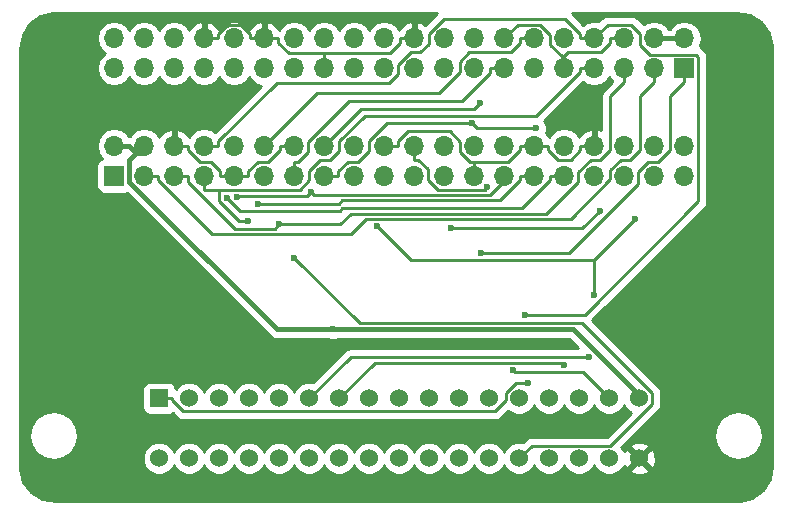
<source format=gtl>
G04 #@! TF.FileFunction,Copper,L1,Top,Signal*
%FSLAX46Y46*%
G04 Gerber Fmt 4.6, Leading zero omitted, Abs format (unit mm)*
G04 Created by KiCad (PCBNEW 4.0.7) date 04/26/18 00:03:18*
%MOMM*%
%LPD*%
G01*
G04 APERTURE LIST*
%ADD10C,0.100000*%
%ADD11R,1.524000X1.524000*%
%ADD12C,1.524000*%
%ADD13R,1.700000X1.700000*%
%ADD14O,1.700000X1.700000*%
%ADD15C,0.600000*%
%ADD16C,0.400000*%
%ADD17C,0.250000*%
%ADD18C,0.254000*%
G04 APERTURE END LIST*
D10*
D11*
X133350000Y-111760000D03*
D12*
X133350000Y-116840000D03*
X135890000Y-111760000D03*
X135890000Y-116840000D03*
X138430000Y-111760000D03*
X138430000Y-116840000D03*
X140970000Y-111760000D03*
X140970000Y-116840000D03*
X143510000Y-111760000D03*
X143510000Y-116840000D03*
X146050000Y-111760000D03*
X146050000Y-116840000D03*
X148590000Y-111760000D03*
X148590000Y-116840000D03*
X151130000Y-111760000D03*
X151130000Y-116840000D03*
X153670000Y-111760000D03*
X153670000Y-116840000D03*
X156210000Y-111760000D03*
X156210000Y-116840000D03*
X158750000Y-111760000D03*
X158750000Y-116840000D03*
X161290000Y-111760000D03*
X161290000Y-116840000D03*
X163830000Y-111760000D03*
X163830000Y-116840000D03*
X166370000Y-111760000D03*
X166370000Y-116840000D03*
X168910000Y-111760000D03*
X168910000Y-116840000D03*
X171450000Y-111760000D03*
X171450000Y-116840000D03*
X173990000Y-111760000D03*
X173990000Y-116840000D03*
D13*
X177800000Y-83820000D03*
D14*
X177800000Y-81280000D03*
X175260000Y-83820000D03*
X175260000Y-81280000D03*
X172720000Y-83820000D03*
X172720000Y-81280000D03*
X170180000Y-83820000D03*
X170180000Y-81280000D03*
X167640000Y-83820000D03*
X167640000Y-81280000D03*
X165100000Y-83820000D03*
X165100000Y-81280000D03*
X162560000Y-83820000D03*
X162560000Y-81280000D03*
X160020000Y-83820000D03*
X160020000Y-81280000D03*
X157480000Y-83820000D03*
X157480000Y-81280000D03*
X154940000Y-83820000D03*
X154940000Y-81280000D03*
X152400000Y-83820000D03*
X152400000Y-81280000D03*
X149860000Y-83820000D03*
X149860000Y-81280000D03*
X147320000Y-83820000D03*
X147320000Y-81280000D03*
X144780000Y-83820000D03*
X144780000Y-81280000D03*
X142240000Y-83820000D03*
X142240000Y-81280000D03*
X139700000Y-83820000D03*
X139700000Y-81280000D03*
X137160000Y-83820000D03*
X137160000Y-81280000D03*
X134620000Y-83820000D03*
X134620000Y-81280000D03*
X132080000Y-83820000D03*
X132080000Y-81280000D03*
X129540000Y-83820000D03*
X129540000Y-81280000D03*
D13*
X129540000Y-92913200D03*
D14*
X129540000Y-90373200D03*
X132080000Y-92913200D03*
X132080000Y-90373200D03*
X134620000Y-92913200D03*
X134620000Y-90373200D03*
X137160000Y-92913200D03*
X137160000Y-90373200D03*
X139700000Y-92913200D03*
X139700000Y-90373200D03*
X142240000Y-92913200D03*
X142240000Y-90373200D03*
X144780000Y-92913200D03*
X144780000Y-90373200D03*
X147320000Y-92913200D03*
X147320000Y-90373200D03*
X149860000Y-92913200D03*
X149860000Y-90373200D03*
X152400000Y-92913200D03*
X152400000Y-90373200D03*
X154940000Y-92913200D03*
X154940000Y-90373200D03*
X157480000Y-92913200D03*
X157480000Y-90373200D03*
X160020000Y-92913200D03*
X160020000Y-90373200D03*
X162560000Y-92913200D03*
X162560000Y-90373200D03*
X165100000Y-92913200D03*
X165100000Y-90373200D03*
X167640000Y-92913200D03*
X167640000Y-90373200D03*
X170180000Y-92913200D03*
X170180000Y-90373200D03*
X172720000Y-92913200D03*
X172720000Y-90373200D03*
X175260000Y-92913200D03*
X175260000Y-90373200D03*
X177800000Y-92913200D03*
X177800000Y-90373200D03*
D15*
X148079400Y-105918000D03*
X143508100Y-97029100D03*
X140856800Y-96752100D03*
X164362200Y-104682500D03*
X159848500Y-88453800D03*
X165265100Y-88860700D03*
X160487400Y-86733500D03*
X170636600Y-95903800D03*
X158071300Y-97362600D03*
X170170700Y-103013300D03*
X151831100Y-97184400D03*
X173660300Y-96557400D03*
X146217400Y-94271800D03*
X139958200Y-94742500D03*
X141745200Y-95269000D03*
X139071100Y-94794100D03*
X169720500Y-108244400D03*
X167662000Y-108907100D03*
X163312400Y-109383300D03*
X144778100Y-99831800D03*
X161148000Y-93899000D03*
X164577000Y-110463100D03*
X160566700Y-99421700D03*
D16*
X175260000Y-81280000D02*
X177800000Y-81280000D01*
X132080000Y-90373200D02*
X132080000Y-90998300D01*
X129540000Y-90373200D02*
X130790300Y-90373200D01*
X132080000Y-90998300D02*
X131415400Y-90998300D01*
X131415400Y-90998300D02*
X130790300Y-90373200D01*
X143316400Y-105918000D02*
X148079400Y-105918000D01*
X130829600Y-93431200D02*
X143316400Y-105918000D01*
X130829600Y-91584100D02*
X130829600Y-93431200D01*
X131415400Y-90998300D02*
X130829600Y-91584100D01*
X168419500Y-105918000D02*
X148079400Y-105918000D01*
X173990000Y-111488500D02*
X168419500Y-105918000D01*
X173990000Y-111760000D02*
X173990000Y-111488500D01*
D17*
X132080000Y-92913200D02*
X133255300Y-92913200D01*
X175260000Y-83820000D02*
X175260000Y-84995300D01*
X174084700Y-86170600D02*
X175260000Y-84995300D01*
X174084700Y-90709500D02*
X174084700Y-86170600D01*
X173245600Y-91548600D02*
X174084700Y-90709500D01*
X172420300Y-91548600D02*
X173245600Y-91548600D01*
X171544500Y-92424400D02*
X172420300Y-91548600D01*
X171544500Y-93211000D02*
X171544500Y-92424400D01*
X168196400Y-96559100D02*
X171544500Y-93211000D01*
X150828800Y-96559100D02*
X168196400Y-96559100D01*
X149560200Y-97827700D02*
X150828800Y-96559100D01*
X137802500Y-97827700D02*
X149560200Y-97827700D01*
X133255300Y-93280500D02*
X137802500Y-97827700D01*
X133255300Y-92913200D02*
X133255300Y-93280500D01*
X134620000Y-92913200D02*
X135795300Y-92913200D01*
X172720000Y-83820000D02*
X172720000Y-84995300D01*
X148664300Y-97029100D02*
X143508100Y-97029100D01*
X149584600Y-96108800D02*
X148664300Y-97029100D01*
X166136900Y-96108800D02*
X149584600Y-96108800D01*
X168815400Y-93430300D02*
X166136900Y-96108800D01*
X168815400Y-92613600D02*
X168815400Y-93430300D01*
X169880400Y-91548600D02*
X168815400Y-92613600D01*
X170705600Y-91548600D02*
X169880400Y-91548600D01*
X171544700Y-90709500D02*
X170705600Y-91548600D01*
X171544700Y-86170600D02*
X171544700Y-90709500D01*
X172720000Y-84995300D02*
X171544700Y-86170600D01*
X143159800Y-97377400D02*
X143508100Y-97029100D01*
X139745300Y-97377400D02*
X143159800Y-97377400D01*
X135795300Y-93427400D02*
X139745300Y-97377400D01*
X135795300Y-92913200D02*
X135795300Y-93427400D01*
X166275300Y-90740600D02*
X166275300Y-90373200D01*
X167083200Y-91548500D02*
X166275300Y-90740600D01*
X168196700Y-91548500D02*
X167083200Y-91548500D01*
X169004700Y-90740500D02*
X168196700Y-91548500D01*
X169004700Y-90373200D02*
X169004700Y-90740500D01*
X170180000Y-90373200D02*
X169004700Y-90373200D01*
X165100000Y-90373200D02*
X166275300Y-90373200D01*
X159652600Y-91737900D02*
X160020000Y-91737900D01*
X158844700Y-90930000D02*
X159652600Y-91737900D01*
X158844700Y-90027700D02*
X158844700Y-90930000D01*
X157962800Y-89145800D02*
X158844700Y-90027700D01*
X154435400Y-89145800D02*
X157962800Y-89145800D01*
X153575300Y-90005900D02*
X154435400Y-89145800D01*
X153575300Y-90373200D02*
X153575300Y-90005900D01*
X152400000Y-90373200D02*
X153575300Y-90373200D01*
X141064700Y-80912600D02*
X141064700Y-81280000D01*
X140256800Y-80104700D02*
X141064700Y-80912600D01*
X139143300Y-80104700D02*
X140256800Y-80104700D01*
X138335300Y-80912700D02*
X139143300Y-80104700D01*
X138335300Y-81280000D02*
X138335300Y-80912700D01*
X137160000Y-81280000D02*
X138335300Y-81280000D01*
X142240000Y-81280000D02*
X141064700Y-81280000D01*
X154940000Y-81280000D02*
X153764700Y-81280000D01*
X160020000Y-92913200D02*
X160020000Y-91850500D01*
X160020000Y-91850500D02*
X160020000Y-91737900D01*
X163924700Y-90740500D02*
X163924700Y-90373200D01*
X162927300Y-91737900D02*
X163924700Y-90740500D01*
X160020000Y-91737900D02*
X162927300Y-91737900D01*
X165100000Y-90373200D02*
X163924700Y-90373200D01*
X142240000Y-81280000D02*
X143415300Y-81280000D01*
X147320000Y-83820000D02*
X147320000Y-82644700D01*
X147320000Y-82644700D02*
X147320000Y-82550000D01*
X152862100Y-82550000D02*
X147320000Y-82550000D01*
X153764700Y-81647400D02*
X152862100Y-82550000D01*
X153764700Y-81280000D02*
X153764700Y-81647400D01*
X143415300Y-81647300D02*
X143415300Y-81280000D01*
X144318000Y-82550000D02*
X143415300Y-81647300D01*
X147320000Y-82550000D02*
X144318000Y-82550000D01*
X172720000Y-81280000D02*
X171544700Y-81280000D01*
X163736600Y-80103400D02*
X162560000Y-81280000D01*
X165614000Y-80103400D02*
X163736600Y-80103400D01*
X166464600Y-80954000D02*
X165614000Y-80103400D01*
X166464600Y-81800400D02*
X166464600Y-80954000D01*
X167439300Y-82775100D02*
X166464600Y-81800400D01*
X167640000Y-82775100D02*
X167439300Y-82775100D01*
X167640000Y-83820000D02*
X167640000Y-82775100D01*
X167959800Y-82455300D02*
X167640000Y-82775100D01*
X170736800Y-82455300D02*
X167959800Y-82455300D01*
X171544700Y-81647400D02*
X170736800Y-82455300D01*
X171544700Y-81280000D02*
X171544700Y-81647400D01*
X138524700Y-92545800D02*
X138524700Y-92913200D01*
X137716800Y-91737900D02*
X138524700Y-92545800D01*
X136792600Y-91737900D02*
X137716800Y-91737900D01*
X135795300Y-90740600D02*
X136792600Y-91737900D01*
X135795300Y-90373200D02*
X135795300Y-90740600D01*
X134620000Y-90373200D02*
X135795300Y-90373200D01*
X139700000Y-92913200D02*
X138524700Y-92913200D01*
X140875300Y-92545800D02*
X140875300Y-92913200D01*
X141683200Y-91737900D02*
X140875300Y-92545800D01*
X142607400Y-91737900D02*
X141683200Y-91737900D01*
X143604700Y-90740600D02*
X142607400Y-91737900D01*
X143604700Y-90373200D02*
X143604700Y-90740600D01*
X144780000Y-90373200D02*
X143604700Y-90373200D01*
X139700000Y-92913200D02*
X140875300Y-92913200D01*
X137160000Y-92913200D02*
X137160000Y-94088500D01*
X170180000Y-83820000D02*
X169004700Y-83820000D01*
X138411000Y-95042300D02*
X138411000Y-94114500D01*
X140120800Y-96752100D02*
X138411000Y-95042300D01*
X140856800Y-96752100D02*
X140120800Y-96752100D01*
X137186000Y-94114500D02*
X137160000Y-94088500D01*
X138411000Y-94114500D02*
X137186000Y-94114500D01*
X145241200Y-94114500D02*
X138411000Y-94114500D01*
X146067900Y-93287800D02*
X145241200Y-94114500D01*
X146067900Y-92473400D02*
X146067900Y-93287800D01*
X146992700Y-91548600D02*
X146067900Y-92473400D01*
X147845600Y-91548600D02*
X146992700Y-91548600D01*
X148590000Y-90804200D02*
X147845600Y-91548600D01*
X148590000Y-89977200D02*
X148590000Y-90804200D01*
X150738700Y-87828500D02*
X148590000Y-89977200D01*
X165294300Y-87828500D02*
X150738700Y-87828500D01*
X169004700Y-84118100D02*
X165294300Y-87828500D01*
X169004700Y-83820000D02*
X169004700Y-84118100D01*
X171355400Y-80104600D02*
X170180000Y-81280000D01*
X173310500Y-80104600D02*
X171355400Y-80104600D01*
X174084600Y-80878700D02*
X173310500Y-80104600D01*
X174084600Y-81819100D02*
X174084600Y-80878700D01*
X174910100Y-82644600D02*
X174084600Y-81819100D01*
X178803800Y-82644600D02*
X174910100Y-82644600D01*
X179009500Y-82850300D02*
X178803800Y-82644600D01*
X179009500Y-95059600D02*
X179009500Y-82850300D01*
X169386600Y-104682500D02*
X179009500Y-95059600D01*
X164362200Y-104682500D02*
X169386600Y-104682500D01*
X137160000Y-90373200D02*
X138335300Y-90373200D01*
X170180000Y-81280000D02*
X169004700Y-81280000D01*
X138335300Y-90005900D02*
X138335300Y-90373200D01*
X143305600Y-85035600D02*
X138335300Y-90005900D01*
X152846700Y-85035600D02*
X143305600Y-85035600D01*
X153575400Y-84306900D02*
X152846700Y-85035600D01*
X153575400Y-83520400D02*
X153575400Y-84306900D01*
X154640400Y-82455400D02*
X153575400Y-83520400D01*
X155465600Y-82455400D02*
X154640400Y-82455400D01*
X156210000Y-81711000D02*
X155465600Y-82455400D01*
X156210000Y-80880400D02*
X156210000Y-81711000D01*
X157437300Y-79653100D02*
X156210000Y-80880400D01*
X167745100Y-79653100D02*
X157437300Y-79653100D01*
X169004700Y-80912700D02*
X167745100Y-79653100D01*
X169004700Y-81280000D02*
X169004700Y-80912700D01*
X145147400Y-91737900D02*
X144780000Y-91737900D01*
X145955300Y-90930000D02*
X145147400Y-91737900D01*
X145955300Y-90056000D02*
X145955300Y-90930000D01*
X149439900Y-86571400D02*
X145955300Y-90056000D01*
X158987000Y-86571400D02*
X149439900Y-86571400D01*
X161384700Y-84173700D02*
X158987000Y-86571400D01*
X161384700Y-83820000D02*
X161384700Y-84173700D01*
X162560000Y-83820000D02*
X161384700Y-83820000D01*
X144780000Y-92913200D02*
X144780000Y-91737900D01*
X165100000Y-81280000D02*
X163924700Y-81280000D01*
X146717300Y-85895900D02*
X142240000Y-90373200D01*
X157068400Y-85895900D02*
X146717300Y-85895900D01*
X158844600Y-84119700D02*
X157068400Y-85895900D01*
X158844600Y-83236700D02*
X158844600Y-84119700D01*
X159626000Y-82455300D02*
X158844600Y-83236700D01*
X163116800Y-82455300D02*
X159626000Y-82455300D01*
X163924700Y-81647400D02*
X163116800Y-82455300D01*
X163924700Y-81280000D02*
X163924700Y-81647400D01*
X152653800Y-88453800D02*
X159848500Y-88453800D01*
X151130000Y-89977600D02*
X152653800Y-88453800D01*
X151130000Y-90804200D02*
X151130000Y-89977600D01*
X150196300Y-91737900D02*
X151130000Y-90804200D01*
X149303200Y-91737900D02*
X150196300Y-91737900D01*
X148495300Y-92545800D02*
X149303200Y-91737900D01*
X148495300Y-92913200D02*
X148495300Y-92545800D01*
X147320000Y-92913200D02*
X148495300Y-92913200D01*
X160255400Y-88860700D02*
X165265100Y-88860700D01*
X159848500Y-88453800D02*
X160255400Y-88860700D01*
X159974100Y-87246800D02*
X160487400Y-86733500D01*
X150446400Y-87246800D02*
X159974100Y-87246800D01*
X147320000Y-90373200D02*
X150446400Y-87246800D01*
X169177800Y-97362600D02*
X170636600Y-95903800D01*
X158071300Y-97362600D02*
X169177800Y-97362600D01*
X170170700Y-103013300D02*
X170170700Y-100047000D01*
X170170700Y-100047000D02*
X173660300Y-96557400D01*
X154693700Y-100047000D02*
X151831100Y-97184400D01*
X170170700Y-100047000D02*
X154693700Y-100047000D01*
X146489000Y-94543400D02*
X146217400Y-94271800D01*
X161400200Y-94543400D02*
X146489000Y-94543400D01*
X162560000Y-93383600D02*
X161400200Y-94543400D01*
X162560000Y-92913200D02*
X162560000Y-93383600D01*
X140057000Y-94643700D02*
X139958200Y-94742500D01*
X145845500Y-94643700D02*
X140057000Y-94643700D01*
X146217400Y-94271800D02*
X145845500Y-94643700D01*
X165100000Y-92913200D02*
X163924700Y-92913200D01*
X148543600Y-95269000D02*
X141745200Y-95269000D01*
X148818900Y-94993700D02*
X148543600Y-95269000D01*
X162211500Y-94993700D02*
X148818900Y-94993700D01*
X163924700Y-93280500D02*
X162211500Y-94993700D01*
X163924700Y-92913200D02*
X163924700Y-93280500D01*
X166464700Y-93280500D02*
X166464700Y-92913200D01*
X164086800Y-95658400D02*
X166464700Y-93280500D01*
X148869300Y-95658400D02*
X164086800Y-95658400D01*
X148625500Y-95902200D02*
X148869300Y-95658400D01*
X140179200Y-95902200D02*
X148625500Y-95902200D01*
X139071100Y-94794100D02*
X140179200Y-95902200D01*
X167640000Y-92913200D02*
X166464700Y-92913200D01*
X149565600Y-108244400D02*
X146050000Y-111760000D01*
X169720500Y-108244400D02*
X149565600Y-108244400D01*
X167502800Y-108747900D02*
X167662000Y-108907100D01*
X151602100Y-108747900D02*
X167502800Y-108747900D01*
X148590000Y-111760000D02*
X151602100Y-108747900D01*
X163461600Y-109532500D02*
X163312400Y-109383300D01*
X169222500Y-109532500D02*
X163461600Y-109532500D01*
X171450000Y-111760000D02*
X169222500Y-109532500D01*
X150338900Y-105392600D02*
X144778100Y-99831800D01*
X169186300Y-105392600D02*
X150338900Y-105392600D01*
X175110000Y-111316300D02*
X169186300Y-105392600D01*
X175110000Y-112200800D02*
X175110000Y-111316300D01*
X171558200Y-115752600D02*
X175110000Y-112200800D01*
X164917400Y-115752600D02*
X171558200Y-115752600D01*
X163830000Y-116840000D02*
X164917400Y-115752600D01*
X154940000Y-90373200D02*
X154940000Y-91548500D01*
X155307400Y-91548500D02*
X154940000Y-91548500D01*
X156115300Y-92356400D02*
X155307400Y-91548500D01*
X156115300Y-93267500D02*
X156115300Y-92356400D01*
X156940900Y-94093100D02*
X156115300Y-93267500D01*
X160953900Y-94093100D02*
X156940900Y-94093100D01*
X161148000Y-93899000D02*
X160953900Y-94093100D01*
X133350000Y-111760000D02*
X134437300Y-111760000D01*
X163567300Y-110463100D02*
X164577000Y-110463100D01*
X162719300Y-111311100D02*
X163567300Y-110463100D01*
X162719300Y-111887300D02*
X162719300Y-111311100D01*
X161759300Y-112847300D02*
X162719300Y-111887300D01*
X135388600Y-112847300D02*
X161759300Y-112847300D01*
X134437300Y-111896000D02*
X135388600Y-112847300D01*
X134437300Y-111760000D02*
X134437300Y-111896000D01*
X176624700Y-86170600D02*
X177800000Y-84995300D01*
X176624700Y-90711000D02*
X176624700Y-86170600D01*
X175597900Y-91737800D02*
X176624700Y-90711000D01*
X174760200Y-91737800D02*
X175597900Y-91737800D01*
X173895400Y-92602600D02*
X174760200Y-91737800D01*
X173895400Y-93577800D02*
X173895400Y-92602600D01*
X168051500Y-99421700D02*
X173895400Y-93577800D01*
X160566700Y-99421700D02*
X168051500Y-99421700D01*
X177800000Y-83820000D02*
X177800000Y-84995300D01*
D18*
G36*
X155864049Y-80151549D02*
X155706924Y-80008355D01*
X155296890Y-79838524D01*
X155067000Y-79959845D01*
X155067000Y-81153000D01*
X155087000Y-81153000D01*
X155087000Y-81407000D01*
X155067000Y-81407000D01*
X155067000Y-81427000D01*
X154813000Y-81427000D01*
X154813000Y-81407000D01*
X154793000Y-81407000D01*
X154793000Y-81153000D01*
X154813000Y-81153000D01*
X154813000Y-79959845D01*
X154583110Y-79838524D01*
X154173076Y-80008355D01*
X153744817Y-80398642D01*
X153677702Y-80541553D01*
X153450054Y-80200853D01*
X152968285Y-79878946D01*
X152400000Y-79765907D01*
X151831715Y-79878946D01*
X151349946Y-80200853D01*
X151130000Y-80530026D01*
X150910054Y-80200853D01*
X150428285Y-79878946D01*
X149860000Y-79765907D01*
X149291715Y-79878946D01*
X148809946Y-80200853D01*
X148590000Y-80530026D01*
X148370054Y-80200853D01*
X147888285Y-79878946D01*
X147320000Y-79765907D01*
X146751715Y-79878946D01*
X146269946Y-80200853D01*
X146050000Y-80530026D01*
X145830054Y-80200853D01*
X145348285Y-79878946D01*
X144780000Y-79765907D01*
X144211715Y-79878946D01*
X143729946Y-80200853D01*
X143502298Y-80541553D01*
X143435183Y-80398642D01*
X143006924Y-80008355D01*
X142596890Y-79838524D01*
X142367000Y-79959845D01*
X142367000Y-81153000D01*
X142387000Y-81153000D01*
X142387000Y-81407000D01*
X142367000Y-81407000D01*
X142367000Y-81427000D01*
X142113000Y-81427000D01*
X142113000Y-81407000D01*
X142093000Y-81407000D01*
X142093000Y-81153000D01*
X142113000Y-81153000D01*
X142113000Y-79959845D01*
X141883110Y-79838524D01*
X141473076Y-80008355D01*
X141044817Y-80398642D01*
X140977702Y-80541553D01*
X140750054Y-80200853D01*
X140268285Y-79878946D01*
X139700000Y-79765907D01*
X139131715Y-79878946D01*
X138649946Y-80200853D01*
X138422298Y-80541553D01*
X138355183Y-80398642D01*
X137926924Y-80008355D01*
X137516890Y-79838524D01*
X137287000Y-79959845D01*
X137287000Y-81153000D01*
X137307000Y-81153000D01*
X137307000Y-81407000D01*
X137287000Y-81407000D01*
X137287000Y-81427000D01*
X137033000Y-81427000D01*
X137033000Y-81407000D01*
X137013000Y-81407000D01*
X137013000Y-81153000D01*
X137033000Y-81153000D01*
X137033000Y-79959845D01*
X136803110Y-79838524D01*
X136393076Y-80008355D01*
X135964817Y-80398642D01*
X135897702Y-80541553D01*
X135670054Y-80200853D01*
X135188285Y-79878946D01*
X134620000Y-79765907D01*
X134051715Y-79878946D01*
X133569946Y-80200853D01*
X133350000Y-80530026D01*
X133130054Y-80200853D01*
X132648285Y-79878946D01*
X132080000Y-79765907D01*
X131511715Y-79878946D01*
X131029946Y-80200853D01*
X130810000Y-80530026D01*
X130590054Y-80200853D01*
X130108285Y-79878946D01*
X129540000Y-79765907D01*
X128971715Y-79878946D01*
X128489946Y-80200853D01*
X128168039Y-80682622D01*
X128055000Y-81250907D01*
X128055000Y-81309093D01*
X128168039Y-81877378D01*
X128489946Y-82359147D01*
X128775578Y-82550000D01*
X128489946Y-82740853D01*
X128168039Y-83222622D01*
X128055000Y-83790907D01*
X128055000Y-83849093D01*
X128168039Y-84417378D01*
X128489946Y-84899147D01*
X128971715Y-85221054D01*
X129540000Y-85334093D01*
X130108285Y-85221054D01*
X130590054Y-84899147D01*
X130810000Y-84569974D01*
X131029946Y-84899147D01*
X131511715Y-85221054D01*
X132080000Y-85334093D01*
X132648285Y-85221054D01*
X133130054Y-84899147D01*
X133350000Y-84569974D01*
X133569946Y-84899147D01*
X134051715Y-85221054D01*
X134620000Y-85334093D01*
X135188285Y-85221054D01*
X135670054Y-84899147D01*
X135890000Y-84569974D01*
X136109946Y-84899147D01*
X136591715Y-85221054D01*
X137160000Y-85334093D01*
X137728285Y-85221054D01*
X138210054Y-84899147D01*
X138430000Y-84569974D01*
X138649946Y-84899147D01*
X139131715Y-85221054D01*
X139700000Y-85334093D01*
X140268285Y-85221054D01*
X140750054Y-84899147D01*
X140970000Y-84569974D01*
X141189946Y-84899147D01*
X141671715Y-85221054D01*
X141983355Y-85283043D01*
X138067558Y-89198840D01*
X137728285Y-88972146D01*
X137160000Y-88859107D01*
X136591715Y-88972146D01*
X136109946Y-89294053D01*
X135882298Y-89634753D01*
X135815183Y-89491842D01*
X135386924Y-89101555D01*
X134976890Y-88931724D01*
X134747000Y-89053045D01*
X134747000Y-90246200D01*
X134767000Y-90246200D01*
X134767000Y-90500200D01*
X134747000Y-90500200D01*
X134747000Y-90520200D01*
X134493000Y-90520200D01*
X134493000Y-90500200D01*
X134473000Y-90500200D01*
X134473000Y-90246200D01*
X134493000Y-90246200D01*
X134493000Y-89053045D01*
X134263110Y-88931724D01*
X133853076Y-89101555D01*
X133424817Y-89491842D01*
X133357702Y-89634753D01*
X133130054Y-89294053D01*
X132648285Y-88972146D01*
X132080000Y-88859107D01*
X131511715Y-88972146D01*
X131029946Y-89294053D01*
X130857836Y-89551634D01*
X130790300Y-89538200D01*
X130753187Y-89538200D01*
X130590054Y-89294053D01*
X130108285Y-88972146D01*
X129540000Y-88859107D01*
X128971715Y-88972146D01*
X128489946Y-89294053D01*
X128168039Y-89775822D01*
X128055000Y-90344107D01*
X128055000Y-90402293D01*
X128168039Y-90970578D01*
X128489946Y-91452347D01*
X128491179Y-91453171D01*
X128454683Y-91460038D01*
X128238559Y-91599110D01*
X128093569Y-91811310D01*
X128042560Y-92063200D01*
X128042560Y-93763200D01*
X128086838Y-93998517D01*
X128225910Y-94214641D01*
X128438110Y-94359631D01*
X128690000Y-94410640D01*
X130390000Y-94410640D01*
X130590454Y-94372922D01*
X142725966Y-106508434D01*
X142996859Y-106689439D01*
X143316400Y-106753000D01*
X147652166Y-106753000D01*
X147892601Y-106852838D01*
X148264567Y-106853162D01*
X148506978Y-106753000D01*
X168073632Y-106753000D01*
X168805032Y-107484400D01*
X149565600Y-107484400D01*
X149274760Y-107542252D01*
X149028199Y-107706999D01*
X146359381Y-110375817D01*
X146329100Y-110363243D01*
X145773339Y-110362758D01*
X145259697Y-110574990D01*
X144866371Y-110967630D01*
X144780051Y-111175512D01*
X144695010Y-110969697D01*
X144302370Y-110576371D01*
X143789100Y-110363243D01*
X143233339Y-110362758D01*
X142719697Y-110574990D01*
X142326371Y-110967630D01*
X142240051Y-111175512D01*
X142155010Y-110969697D01*
X141762370Y-110576371D01*
X141249100Y-110363243D01*
X140693339Y-110362758D01*
X140179697Y-110574990D01*
X139786371Y-110967630D01*
X139700051Y-111175512D01*
X139615010Y-110969697D01*
X139222370Y-110576371D01*
X138709100Y-110363243D01*
X138153339Y-110362758D01*
X137639697Y-110574990D01*
X137246371Y-110967630D01*
X137160051Y-111175512D01*
X137075010Y-110969697D01*
X136682370Y-110576371D01*
X136169100Y-110363243D01*
X135613339Y-110362758D01*
X135099697Y-110574990D01*
X134746237Y-110927833D01*
X134715162Y-110762683D01*
X134576090Y-110546559D01*
X134363890Y-110401569D01*
X134112000Y-110350560D01*
X132588000Y-110350560D01*
X132352683Y-110394838D01*
X132136559Y-110533910D01*
X131991569Y-110746110D01*
X131940560Y-110998000D01*
X131940560Y-112522000D01*
X131984838Y-112757317D01*
X132123910Y-112973441D01*
X132336110Y-113118431D01*
X132588000Y-113169440D01*
X134112000Y-113169440D01*
X134347317Y-113125162D01*
X134495991Y-113029493D01*
X134851199Y-113384701D01*
X135097760Y-113549448D01*
X135388600Y-113607300D01*
X161759300Y-113607300D01*
X162050139Y-113549448D01*
X162296701Y-113384701D01*
X162887832Y-112793570D01*
X163037630Y-112943629D01*
X163550900Y-113156757D01*
X164106661Y-113157242D01*
X164620303Y-112945010D01*
X165013629Y-112552370D01*
X165099949Y-112344488D01*
X165184990Y-112550303D01*
X165577630Y-112943629D01*
X166090900Y-113156757D01*
X166646661Y-113157242D01*
X167160303Y-112945010D01*
X167553629Y-112552370D01*
X167639949Y-112344488D01*
X167724990Y-112550303D01*
X168117630Y-112943629D01*
X168630900Y-113156757D01*
X169186661Y-113157242D01*
X169700303Y-112945010D01*
X170093629Y-112552370D01*
X170179949Y-112344488D01*
X170264990Y-112550303D01*
X170657630Y-112943629D01*
X171170900Y-113156757D01*
X171726661Y-113157242D01*
X172240303Y-112945010D01*
X172633629Y-112552370D01*
X172719949Y-112344488D01*
X172804990Y-112550303D01*
X173197630Y-112943629D01*
X173264572Y-112971426D01*
X171243398Y-114992600D01*
X164917400Y-114992600D01*
X164626561Y-115050452D01*
X164379999Y-115215199D01*
X164139381Y-115455817D01*
X164109100Y-115443243D01*
X163553339Y-115442758D01*
X163039697Y-115654990D01*
X162646371Y-116047630D01*
X162560051Y-116255512D01*
X162475010Y-116049697D01*
X162082370Y-115656371D01*
X161569100Y-115443243D01*
X161013339Y-115442758D01*
X160499697Y-115654990D01*
X160106371Y-116047630D01*
X160020051Y-116255512D01*
X159935010Y-116049697D01*
X159542370Y-115656371D01*
X159029100Y-115443243D01*
X158473339Y-115442758D01*
X157959697Y-115654990D01*
X157566371Y-116047630D01*
X157480051Y-116255512D01*
X157395010Y-116049697D01*
X157002370Y-115656371D01*
X156489100Y-115443243D01*
X155933339Y-115442758D01*
X155419697Y-115654990D01*
X155026371Y-116047630D01*
X154940051Y-116255512D01*
X154855010Y-116049697D01*
X154462370Y-115656371D01*
X153949100Y-115443243D01*
X153393339Y-115442758D01*
X152879697Y-115654990D01*
X152486371Y-116047630D01*
X152400051Y-116255512D01*
X152315010Y-116049697D01*
X151922370Y-115656371D01*
X151409100Y-115443243D01*
X150853339Y-115442758D01*
X150339697Y-115654990D01*
X149946371Y-116047630D01*
X149860051Y-116255512D01*
X149775010Y-116049697D01*
X149382370Y-115656371D01*
X148869100Y-115443243D01*
X148313339Y-115442758D01*
X147799697Y-115654990D01*
X147406371Y-116047630D01*
X147320051Y-116255512D01*
X147235010Y-116049697D01*
X146842370Y-115656371D01*
X146329100Y-115443243D01*
X145773339Y-115442758D01*
X145259697Y-115654990D01*
X144866371Y-116047630D01*
X144780051Y-116255512D01*
X144695010Y-116049697D01*
X144302370Y-115656371D01*
X143789100Y-115443243D01*
X143233339Y-115442758D01*
X142719697Y-115654990D01*
X142326371Y-116047630D01*
X142240051Y-116255512D01*
X142155010Y-116049697D01*
X141762370Y-115656371D01*
X141249100Y-115443243D01*
X140693339Y-115442758D01*
X140179697Y-115654990D01*
X139786371Y-116047630D01*
X139700051Y-116255512D01*
X139615010Y-116049697D01*
X139222370Y-115656371D01*
X138709100Y-115443243D01*
X138153339Y-115442758D01*
X137639697Y-115654990D01*
X137246371Y-116047630D01*
X137160051Y-116255512D01*
X137075010Y-116049697D01*
X136682370Y-115656371D01*
X136169100Y-115443243D01*
X135613339Y-115442758D01*
X135099697Y-115654990D01*
X134706371Y-116047630D01*
X134620051Y-116255512D01*
X134535010Y-116049697D01*
X134142370Y-115656371D01*
X133629100Y-115443243D01*
X133073339Y-115442758D01*
X132559697Y-115654990D01*
X132166371Y-116047630D01*
X131953243Y-116560900D01*
X131952758Y-117116661D01*
X132164990Y-117630303D01*
X132557630Y-118023629D01*
X133070900Y-118236757D01*
X133626661Y-118237242D01*
X134140303Y-118025010D01*
X134533629Y-117632370D01*
X134619949Y-117424488D01*
X134704990Y-117630303D01*
X135097630Y-118023629D01*
X135610900Y-118236757D01*
X136166661Y-118237242D01*
X136680303Y-118025010D01*
X137073629Y-117632370D01*
X137159949Y-117424488D01*
X137244990Y-117630303D01*
X137637630Y-118023629D01*
X138150900Y-118236757D01*
X138706661Y-118237242D01*
X139220303Y-118025010D01*
X139613629Y-117632370D01*
X139699949Y-117424488D01*
X139784990Y-117630303D01*
X140177630Y-118023629D01*
X140690900Y-118236757D01*
X141246661Y-118237242D01*
X141760303Y-118025010D01*
X142153629Y-117632370D01*
X142239949Y-117424488D01*
X142324990Y-117630303D01*
X142717630Y-118023629D01*
X143230900Y-118236757D01*
X143786661Y-118237242D01*
X144300303Y-118025010D01*
X144693629Y-117632370D01*
X144779949Y-117424488D01*
X144864990Y-117630303D01*
X145257630Y-118023629D01*
X145770900Y-118236757D01*
X146326661Y-118237242D01*
X146840303Y-118025010D01*
X147233629Y-117632370D01*
X147319949Y-117424488D01*
X147404990Y-117630303D01*
X147797630Y-118023629D01*
X148310900Y-118236757D01*
X148866661Y-118237242D01*
X149380303Y-118025010D01*
X149773629Y-117632370D01*
X149859949Y-117424488D01*
X149944990Y-117630303D01*
X150337630Y-118023629D01*
X150850900Y-118236757D01*
X151406661Y-118237242D01*
X151920303Y-118025010D01*
X152313629Y-117632370D01*
X152399949Y-117424488D01*
X152484990Y-117630303D01*
X152877630Y-118023629D01*
X153390900Y-118236757D01*
X153946661Y-118237242D01*
X154460303Y-118025010D01*
X154853629Y-117632370D01*
X154939949Y-117424488D01*
X155024990Y-117630303D01*
X155417630Y-118023629D01*
X155930900Y-118236757D01*
X156486661Y-118237242D01*
X157000303Y-118025010D01*
X157393629Y-117632370D01*
X157479949Y-117424488D01*
X157564990Y-117630303D01*
X157957630Y-118023629D01*
X158470900Y-118236757D01*
X159026661Y-118237242D01*
X159540303Y-118025010D01*
X159933629Y-117632370D01*
X160019949Y-117424488D01*
X160104990Y-117630303D01*
X160497630Y-118023629D01*
X161010900Y-118236757D01*
X161566661Y-118237242D01*
X162080303Y-118025010D01*
X162473629Y-117632370D01*
X162559949Y-117424488D01*
X162644990Y-117630303D01*
X163037630Y-118023629D01*
X163550900Y-118236757D01*
X164106661Y-118237242D01*
X164620303Y-118025010D01*
X165013629Y-117632370D01*
X165099949Y-117424488D01*
X165184990Y-117630303D01*
X165577630Y-118023629D01*
X166090900Y-118236757D01*
X166646661Y-118237242D01*
X167160303Y-118025010D01*
X167553629Y-117632370D01*
X167639949Y-117424488D01*
X167724990Y-117630303D01*
X168117630Y-118023629D01*
X168630900Y-118236757D01*
X169186661Y-118237242D01*
X169700303Y-118025010D01*
X170093629Y-117632370D01*
X170179949Y-117424488D01*
X170264990Y-117630303D01*
X170657630Y-118023629D01*
X171170900Y-118236757D01*
X171726661Y-118237242D01*
X172240303Y-118025010D01*
X172445457Y-117820213D01*
X173189392Y-117820213D01*
X173258857Y-118062397D01*
X173782302Y-118249144D01*
X174337368Y-118221362D01*
X174721143Y-118062397D01*
X174790608Y-117820213D01*
X173990000Y-117019605D01*
X173189392Y-117820213D01*
X172445457Y-117820213D01*
X172633629Y-117632370D01*
X172713395Y-117440273D01*
X172767603Y-117571143D01*
X173009787Y-117640608D01*
X173810395Y-116840000D01*
X174169605Y-116840000D01*
X174970213Y-117640608D01*
X175212397Y-117571143D01*
X175399144Y-117047698D01*
X175371362Y-116492632D01*
X175212397Y-116108857D01*
X174970213Y-116039392D01*
X174169605Y-116840000D01*
X173810395Y-116840000D01*
X173009787Y-116039392D01*
X172767603Y-116108857D01*
X172717491Y-116249318D01*
X172635010Y-116049697D01*
X172485588Y-115900014D01*
X172525815Y-115859787D01*
X173189392Y-115859787D01*
X173990000Y-116660395D01*
X174790608Y-115859787D01*
X174721143Y-115617603D01*
X174197698Y-115430856D01*
X173642632Y-115458638D01*
X173258857Y-115617603D01*
X173189392Y-115859787D01*
X172525815Y-115859787D01*
X173476002Y-114909600D01*
X180301528Y-114909600D01*
X180461067Y-115711655D01*
X180915395Y-116391605D01*
X181595345Y-116845933D01*
X182397400Y-117005472D01*
X183199455Y-116845933D01*
X183879405Y-116391605D01*
X184333733Y-115711655D01*
X184493272Y-114909600D01*
X184333733Y-114107545D01*
X183879405Y-113427595D01*
X183199455Y-112973267D01*
X182397400Y-112813728D01*
X181595345Y-112973267D01*
X180915395Y-113427595D01*
X180461067Y-114107545D01*
X180301528Y-114909600D01*
X173476002Y-114909600D01*
X175647401Y-112738201D01*
X175812148Y-112491639D01*
X175870000Y-112200800D01*
X175870000Y-111316300D01*
X175812148Y-111025461D01*
X175647401Y-110778899D01*
X170006202Y-105137700D01*
X179546901Y-95597001D01*
X179711648Y-95350439D01*
X179769500Y-95059600D01*
X179769500Y-82850300D01*
X179711648Y-82559461D01*
X179546901Y-82312899D01*
X179341201Y-82107199D01*
X179118035Y-81958085D01*
X179171961Y-81877378D01*
X179285000Y-81309093D01*
X179285000Y-81250907D01*
X179171961Y-80682622D01*
X178850054Y-80200853D01*
X178368285Y-79878946D01*
X177800000Y-79765907D01*
X177231715Y-79878946D01*
X176749946Y-80200853D01*
X176586813Y-80445000D01*
X176473187Y-80445000D01*
X176310054Y-80200853D01*
X175828285Y-79878946D01*
X175260000Y-79765907D01*
X174691715Y-79878946D01*
X174372764Y-80092062D01*
X173847901Y-79567199D01*
X173601339Y-79402452D01*
X173310500Y-79344600D01*
X171355400Y-79344600D01*
X171064561Y-79402452D01*
X170817999Y-79567199D01*
X170546408Y-79838790D01*
X170180000Y-79765907D01*
X169611715Y-79878946D01*
X169272442Y-80105640D01*
X168312002Y-79145200D01*
X182225993Y-79145200D01*
X183395835Y-79334616D01*
X184332571Y-79913093D01*
X184978153Y-80808124D01*
X185241252Y-81886782D01*
X185241252Y-117463290D01*
X185054726Y-118615283D01*
X184476247Y-119552020D01*
X183581218Y-120197601D01*
X182492147Y-120463240D01*
X124616559Y-120463240D01*
X123446717Y-120273824D01*
X122509980Y-119695345D01*
X121864399Y-118800316D01*
X121601300Y-117721658D01*
X121601300Y-114909600D01*
X122311756Y-114909600D01*
X122471295Y-115711655D01*
X122925623Y-116391605D01*
X123605573Y-116845933D01*
X124407628Y-117005472D01*
X125209683Y-116845933D01*
X125889633Y-116391605D01*
X126343961Y-115711655D01*
X126503500Y-114909600D01*
X126343961Y-114107545D01*
X125889633Y-113427595D01*
X125209683Y-112973267D01*
X124407628Y-112813728D01*
X123605573Y-112973267D01*
X122925623Y-113427595D01*
X122471295Y-114107545D01*
X122311756Y-114909600D01*
X121601300Y-114909600D01*
X121601300Y-82155876D01*
X121789974Y-80990617D01*
X122368451Y-80053881D01*
X123263482Y-79408299D01*
X124342140Y-79145200D01*
X156870398Y-79145200D01*
X155864049Y-80151549D01*
X155864049Y-80151549D01*
G37*
X155864049Y-80151549D02*
X155706924Y-80008355D01*
X155296890Y-79838524D01*
X155067000Y-79959845D01*
X155067000Y-81153000D01*
X155087000Y-81153000D01*
X155087000Y-81407000D01*
X155067000Y-81407000D01*
X155067000Y-81427000D01*
X154813000Y-81427000D01*
X154813000Y-81407000D01*
X154793000Y-81407000D01*
X154793000Y-81153000D01*
X154813000Y-81153000D01*
X154813000Y-79959845D01*
X154583110Y-79838524D01*
X154173076Y-80008355D01*
X153744817Y-80398642D01*
X153677702Y-80541553D01*
X153450054Y-80200853D01*
X152968285Y-79878946D01*
X152400000Y-79765907D01*
X151831715Y-79878946D01*
X151349946Y-80200853D01*
X151130000Y-80530026D01*
X150910054Y-80200853D01*
X150428285Y-79878946D01*
X149860000Y-79765907D01*
X149291715Y-79878946D01*
X148809946Y-80200853D01*
X148590000Y-80530026D01*
X148370054Y-80200853D01*
X147888285Y-79878946D01*
X147320000Y-79765907D01*
X146751715Y-79878946D01*
X146269946Y-80200853D01*
X146050000Y-80530026D01*
X145830054Y-80200853D01*
X145348285Y-79878946D01*
X144780000Y-79765907D01*
X144211715Y-79878946D01*
X143729946Y-80200853D01*
X143502298Y-80541553D01*
X143435183Y-80398642D01*
X143006924Y-80008355D01*
X142596890Y-79838524D01*
X142367000Y-79959845D01*
X142367000Y-81153000D01*
X142387000Y-81153000D01*
X142387000Y-81407000D01*
X142367000Y-81407000D01*
X142367000Y-81427000D01*
X142113000Y-81427000D01*
X142113000Y-81407000D01*
X142093000Y-81407000D01*
X142093000Y-81153000D01*
X142113000Y-81153000D01*
X142113000Y-79959845D01*
X141883110Y-79838524D01*
X141473076Y-80008355D01*
X141044817Y-80398642D01*
X140977702Y-80541553D01*
X140750054Y-80200853D01*
X140268285Y-79878946D01*
X139700000Y-79765907D01*
X139131715Y-79878946D01*
X138649946Y-80200853D01*
X138422298Y-80541553D01*
X138355183Y-80398642D01*
X137926924Y-80008355D01*
X137516890Y-79838524D01*
X137287000Y-79959845D01*
X137287000Y-81153000D01*
X137307000Y-81153000D01*
X137307000Y-81407000D01*
X137287000Y-81407000D01*
X137287000Y-81427000D01*
X137033000Y-81427000D01*
X137033000Y-81407000D01*
X137013000Y-81407000D01*
X137013000Y-81153000D01*
X137033000Y-81153000D01*
X137033000Y-79959845D01*
X136803110Y-79838524D01*
X136393076Y-80008355D01*
X135964817Y-80398642D01*
X135897702Y-80541553D01*
X135670054Y-80200853D01*
X135188285Y-79878946D01*
X134620000Y-79765907D01*
X134051715Y-79878946D01*
X133569946Y-80200853D01*
X133350000Y-80530026D01*
X133130054Y-80200853D01*
X132648285Y-79878946D01*
X132080000Y-79765907D01*
X131511715Y-79878946D01*
X131029946Y-80200853D01*
X130810000Y-80530026D01*
X130590054Y-80200853D01*
X130108285Y-79878946D01*
X129540000Y-79765907D01*
X128971715Y-79878946D01*
X128489946Y-80200853D01*
X128168039Y-80682622D01*
X128055000Y-81250907D01*
X128055000Y-81309093D01*
X128168039Y-81877378D01*
X128489946Y-82359147D01*
X128775578Y-82550000D01*
X128489946Y-82740853D01*
X128168039Y-83222622D01*
X128055000Y-83790907D01*
X128055000Y-83849093D01*
X128168039Y-84417378D01*
X128489946Y-84899147D01*
X128971715Y-85221054D01*
X129540000Y-85334093D01*
X130108285Y-85221054D01*
X130590054Y-84899147D01*
X130810000Y-84569974D01*
X131029946Y-84899147D01*
X131511715Y-85221054D01*
X132080000Y-85334093D01*
X132648285Y-85221054D01*
X133130054Y-84899147D01*
X133350000Y-84569974D01*
X133569946Y-84899147D01*
X134051715Y-85221054D01*
X134620000Y-85334093D01*
X135188285Y-85221054D01*
X135670054Y-84899147D01*
X135890000Y-84569974D01*
X136109946Y-84899147D01*
X136591715Y-85221054D01*
X137160000Y-85334093D01*
X137728285Y-85221054D01*
X138210054Y-84899147D01*
X138430000Y-84569974D01*
X138649946Y-84899147D01*
X139131715Y-85221054D01*
X139700000Y-85334093D01*
X140268285Y-85221054D01*
X140750054Y-84899147D01*
X140970000Y-84569974D01*
X141189946Y-84899147D01*
X141671715Y-85221054D01*
X141983355Y-85283043D01*
X138067558Y-89198840D01*
X137728285Y-88972146D01*
X137160000Y-88859107D01*
X136591715Y-88972146D01*
X136109946Y-89294053D01*
X135882298Y-89634753D01*
X135815183Y-89491842D01*
X135386924Y-89101555D01*
X134976890Y-88931724D01*
X134747000Y-89053045D01*
X134747000Y-90246200D01*
X134767000Y-90246200D01*
X134767000Y-90500200D01*
X134747000Y-90500200D01*
X134747000Y-90520200D01*
X134493000Y-90520200D01*
X134493000Y-90500200D01*
X134473000Y-90500200D01*
X134473000Y-90246200D01*
X134493000Y-90246200D01*
X134493000Y-89053045D01*
X134263110Y-88931724D01*
X133853076Y-89101555D01*
X133424817Y-89491842D01*
X133357702Y-89634753D01*
X133130054Y-89294053D01*
X132648285Y-88972146D01*
X132080000Y-88859107D01*
X131511715Y-88972146D01*
X131029946Y-89294053D01*
X130857836Y-89551634D01*
X130790300Y-89538200D01*
X130753187Y-89538200D01*
X130590054Y-89294053D01*
X130108285Y-88972146D01*
X129540000Y-88859107D01*
X128971715Y-88972146D01*
X128489946Y-89294053D01*
X128168039Y-89775822D01*
X128055000Y-90344107D01*
X128055000Y-90402293D01*
X128168039Y-90970578D01*
X128489946Y-91452347D01*
X128491179Y-91453171D01*
X128454683Y-91460038D01*
X128238559Y-91599110D01*
X128093569Y-91811310D01*
X128042560Y-92063200D01*
X128042560Y-93763200D01*
X128086838Y-93998517D01*
X128225910Y-94214641D01*
X128438110Y-94359631D01*
X128690000Y-94410640D01*
X130390000Y-94410640D01*
X130590454Y-94372922D01*
X142725966Y-106508434D01*
X142996859Y-106689439D01*
X143316400Y-106753000D01*
X147652166Y-106753000D01*
X147892601Y-106852838D01*
X148264567Y-106853162D01*
X148506978Y-106753000D01*
X168073632Y-106753000D01*
X168805032Y-107484400D01*
X149565600Y-107484400D01*
X149274760Y-107542252D01*
X149028199Y-107706999D01*
X146359381Y-110375817D01*
X146329100Y-110363243D01*
X145773339Y-110362758D01*
X145259697Y-110574990D01*
X144866371Y-110967630D01*
X144780051Y-111175512D01*
X144695010Y-110969697D01*
X144302370Y-110576371D01*
X143789100Y-110363243D01*
X143233339Y-110362758D01*
X142719697Y-110574990D01*
X142326371Y-110967630D01*
X142240051Y-111175512D01*
X142155010Y-110969697D01*
X141762370Y-110576371D01*
X141249100Y-110363243D01*
X140693339Y-110362758D01*
X140179697Y-110574990D01*
X139786371Y-110967630D01*
X139700051Y-111175512D01*
X139615010Y-110969697D01*
X139222370Y-110576371D01*
X138709100Y-110363243D01*
X138153339Y-110362758D01*
X137639697Y-110574990D01*
X137246371Y-110967630D01*
X137160051Y-111175512D01*
X137075010Y-110969697D01*
X136682370Y-110576371D01*
X136169100Y-110363243D01*
X135613339Y-110362758D01*
X135099697Y-110574990D01*
X134746237Y-110927833D01*
X134715162Y-110762683D01*
X134576090Y-110546559D01*
X134363890Y-110401569D01*
X134112000Y-110350560D01*
X132588000Y-110350560D01*
X132352683Y-110394838D01*
X132136559Y-110533910D01*
X131991569Y-110746110D01*
X131940560Y-110998000D01*
X131940560Y-112522000D01*
X131984838Y-112757317D01*
X132123910Y-112973441D01*
X132336110Y-113118431D01*
X132588000Y-113169440D01*
X134112000Y-113169440D01*
X134347317Y-113125162D01*
X134495991Y-113029493D01*
X134851199Y-113384701D01*
X135097760Y-113549448D01*
X135388600Y-113607300D01*
X161759300Y-113607300D01*
X162050139Y-113549448D01*
X162296701Y-113384701D01*
X162887832Y-112793570D01*
X163037630Y-112943629D01*
X163550900Y-113156757D01*
X164106661Y-113157242D01*
X164620303Y-112945010D01*
X165013629Y-112552370D01*
X165099949Y-112344488D01*
X165184990Y-112550303D01*
X165577630Y-112943629D01*
X166090900Y-113156757D01*
X166646661Y-113157242D01*
X167160303Y-112945010D01*
X167553629Y-112552370D01*
X167639949Y-112344488D01*
X167724990Y-112550303D01*
X168117630Y-112943629D01*
X168630900Y-113156757D01*
X169186661Y-113157242D01*
X169700303Y-112945010D01*
X170093629Y-112552370D01*
X170179949Y-112344488D01*
X170264990Y-112550303D01*
X170657630Y-112943629D01*
X171170900Y-113156757D01*
X171726661Y-113157242D01*
X172240303Y-112945010D01*
X172633629Y-112552370D01*
X172719949Y-112344488D01*
X172804990Y-112550303D01*
X173197630Y-112943629D01*
X173264572Y-112971426D01*
X171243398Y-114992600D01*
X164917400Y-114992600D01*
X164626561Y-115050452D01*
X164379999Y-115215199D01*
X164139381Y-115455817D01*
X164109100Y-115443243D01*
X163553339Y-115442758D01*
X163039697Y-115654990D01*
X162646371Y-116047630D01*
X162560051Y-116255512D01*
X162475010Y-116049697D01*
X162082370Y-115656371D01*
X161569100Y-115443243D01*
X161013339Y-115442758D01*
X160499697Y-115654990D01*
X160106371Y-116047630D01*
X160020051Y-116255512D01*
X159935010Y-116049697D01*
X159542370Y-115656371D01*
X159029100Y-115443243D01*
X158473339Y-115442758D01*
X157959697Y-115654990D01*
X157566371Y-116047630D01*
X157480051Y-116255512D01*
X157395010Y-116049697D01*
X157002370Y-115656371D01*
X156489100Y-115443243D01*
X155933339Y-115442758D01*
X155419697Y-115654990D01*
X155026371Y-116047630D01*
X154940051Y-116255512D01*
X154855010Y-116049697D01*
X154462370Y-115656371D01*
X153949100Y-115443243D01*
X153393339Y-115442758D01*
X152879697Y-115654990D01*
X152486371Y-116047630D01*
X152400051Y-116255512D01*
X152315010Y-116049697D01*
X151922370Y-115656371D01*
X151409100Y-115443243D01*
X150853339Y-115442758D01*
X150339697Y-115654990D01*
X149946371Y-116047630D01*
X149860051Y-116255512D01*
X149775010Y-116049697D01*
X149382370Y-115656371D01*
X148869100Y-115443243D01*
X148313339Y-115442758D01*
X147799697Y-115654990D01*
X147406371Y-116047630D01*
X147320051Y-116255512D01*
X147235010Y-116049697D01*
X146842370Y-115656371D01*
X146329100Y-115443243D01*
X145773339Y-115442758D01*
X145259697Y-115654990D01*
X144866371Y-116047630D01*
X144780051Y-116255512D01*
X144695010Y-116049697D01*
X144302370Y-115656371D01*
X143789100Y-115443243D01*
X143233339Y-115442758D01*
X142719697Y-115654990D01*
X142326371Y-116047630D01*
X142240051Y-116255512D01*
X142155010Y-116049697D01*
X141762370Y-115656371D01*
X141249100Y-115443243D01*
X140693339Y-115442758D01*
X140179697Y-115654990D01*
X139786371Y-116047630D01*
X139700051Y-116255512D01*
X139615010Y-116049697D01*
X139222370Y-115656371D01*
X138709100Y-115443243D01*
X138153339Y-115442758D01*
X137639697Y-115654990D01*
X137246371Y-116047630D01*
X137160051Y-116255512D01*
X137075010Y-116049697D01*
X136682370Y-115656371D01*
X136169100Y-115443243D01*
X135613339Y-115442758D01*
X135099697Y-115654990D01*
X134706371Y-116047630D01*
X134620051Y-116255512D01*
X134535010Y-116049697D01*
X134142370Y-115656371D01*
X133629100Y-115443243D01*
X133073339Y-115442758D01*
X132559697Y-115654990D01*
X132166371Y-116047630D01*
X131953243Y-116560900D01*
X131952758Y-117116661D01*
X132164990Y-117630303D01*
X132557630Y-118023629D01*
X133070900Y-118236757D01*
X133626661Y-118237242D01*
X134140303Y-118025010D01*
X134533629Y-117632370D01*
X134619949Y-117424488D01*
X134704990Y-117630303D01*
X135097630Y-118023629D01*
X135610900Y-118236757D01*
X136166661Y-118237242D01*
X136680303Y-118025010D01*
X137073629Y-117632370D01*
X137159949Y-117424488D01*
X137244990Y-117630303D01*
X137637630Y-118023629D01*
X138150900Y-118236757D01*
X138706661Y-118237242D01*
X139220303Y-118025010D01*
X139613629Y-117632370D01*
X139699949Y-117424488D01*
X139784990Y-117630303D01*
X140177630Y-118023629D01*
X140690900Y-118236757D01*
X141246661Y-118237242D01*
X141760303Y-118025010D01*
X142153629Y-117632370D01*
X142239949Y-117424488D01*
X142324990Y-117630303D01*
X142717630Y-118023629D01*
X143230900Y-118236757D01*
X143786661Y-118237242D01*
X144300303Y-118025010D01*
X144693629Y-117632370D01*
X144779949Y-117424488D01*
X144864990Y-117630303D01*
X145257630Y-118023629D01*
X145770900Y-118236757D01*
X146326661Y-118237242D01*
X146840303Y-118025010D01*
X147233629Y-117632370D01*
X147319949Y-117424488D01*
X147404990Y-117630303D01*
X147797630Y-118023629D01*
X148310900Y-118236757D01*
X148866661Y-118237242D01*
X149380303Y-118025010D01*
X149773629Y-117632370D01*
X149859949Y-117424488D01*
X149944990Y-117630303D01*
X150337630Y-118023629D01*
X150850900Y-118236757D01*
X151406661Y-118237242D01*
X151920303Y-118025010D01*
X152313629Y-117632370D01*
X152399949Y-117424488D01*
X152484990Y-117630303D01*
X152877630Y-118023629D01*
X153390900Y-118236757D01*
X153946661Y-118237242D01*
X154460303Y-118025010D01*
X154853629Y-117632370D01*
X154939949Y-117424488D01*
X155024990Y-117630303D01*
X155417630Y-118023629D01*
X155930900Y-118236757D01*
X156486661Y-118237242D01*
X157000303Y-118025010D01*
X157393629Y-117632370D01*
X157479949Y-117424488D01*
X157564990Y-117630303D01*
X157957630Y-118023629D01*
X158470900Y-118236757D01*
X159026661Y-118237242D01*
X159540303Y-118025010D01*
X159933629Y-117632370D01*
X160019949Y-117424488D01*
X160104990Y-117630303D01*
X160497630Y-118023629D01*
X161010900Y-118236757D01*
X161566661Y-118237242D01*
X162080303Y-118025010D01*
X162473629Y-117632370D01*
X162559949Y-117424488D01*
X162644990Y-117630303D01*
X163037630Y-118023629D01*
X163550900Y-118236757D01*
X164106661Y-118237242D01*
X164620303Y-118025010D01*
X165013629Y-117632370D01*
X165099949Y-117424488D01*
X165184990Y-117630303D01*
X165577630Y-118023629D01*
X166090900Y-118236757D01*
X166646661Y-118237242D01*
X167160303Y-118025010D01*
X167553629Y-117632370D01*
X167639949Y-117424488D01*
X167724990Y-117630303D01*
X168117630Y-118023629D01*
X168630900Y-118236757D01*
X169186661Y-118237242D01*
X169700303Y-118025010D01*
X170093629Y-117632370D01*
X170179949Y-117424488D01*
X170264990Y-117630303D01*
X170657630Y-118023629D01*
X171170900Y-118236757D01*
X171726661Y-118237242D01*
X172240303Y-118025010D01*
X172445457Y-117820213D01*
X173189392Y-117820213D01*
X173258857Y-118062397D01*
X173782302Y-118249144D01*
X174337368Y-118221362D01*
X174721143Y-118062397D01*
X174790608Y-117820213D01*
X173990000Y-117019605D01*
X173189392Y-117820213D01*
X172445457Y-117820213D01*
X172633629Y-117632370D01*
X172713395Y-117440273D01*
X172767603Y-117571143D01*
X173009787Y-117640608D01*
X173810395Y-116840000D01*
X174169605Y-116840000D01*
X174970213Y-117640608D01*
X175212397Y-117571143D01*
X175399144Y-117047698D01*
X175371362Y-116492632D01*
X175212397Y-116108857D01*
X174970213Y-116039392D01*
X174169605Y-116840000D01*
X173810395Y-116840000D01*
X173009787Y-116039392D01*
X172767603Y-116108857D01*
X172717491Y-116249318D01*
X172635010Y-116049697D01*
X172485588Y-115900014D01*
X172525815Y-115859787D01*
X173189392Y-115859787D01*
X173990000Y-116660395D01*
X174790608Y-115859787D01*
X174721143Y-115617603D01*
X174197698Y-115430856D01*
X173642632Y-115458638D01*
X173258857Y-115617603D01*
X173189392Y-115859787D01*
X172525815Y-115859787D01*
X173476002Y-114909600D01*
X180301528Y-114909600D01*
X180461067Y-115711655D01*
X180915395Y-116391605D01*
X181595345Y-116845933D01*
X182397400Y-117005472D01*
X183199455Y-116845933D01*
X183879405Y-116391605D01*
X184333733Y-115711655D01*
X184493272Y-114909600D01*
X184333733Y-114107545D01*
X183879405Y-113427595D01*
X183199455Y-112973267D01*
X182397400Y-112813728D01*
X181595345Y-112973267D01*
X180915395Y-113427595D01*
X180461067Y-114107545D01*
X180301528Y-114909600D01*
X173476002Y-114909600D01*
X175647401Y-112738201D01*
X175812148Y-112491639D01*
X175870000Y-112200800D01*
X175870000Y-111316300D01*
X175812148Y-111025461D01*
X175647401Y-110778899D01*
X170006202Y-105137700D01*
X179546901Y-95597001D01*
X179711648Y-95350439D01*
X179769500Y-95059600D01*
X179769500Y-82850300D01*
X179711648Y-82559461D01*
X179546901Y-82312899D01*
X179341201Y-82107199D01*
X179118035Y-81958085D01*
X179171961Y-81877378D01*
X179285000Y-81309093D01*
X179285000Y-81250907D01*
X179171961Y-80682622D01*
X178850054Y-80200853D01*
X178368285Y-79878946D01*
X177800000Y-79765907D01*
X177231715Y-79878946D01*
X176749946Y-80200853D01*
X176586813Y-80445000D01*
X176473187Y-80445000D01*
X176310054Y-80200853D01*
X175828285Y-79878946D01*
X175260000Y-79765907D01*
X174691715Y-79878946D01*
X174372764Y-80092062D01*
X173847901Y-79567199D01*
X173601339Y-79402452D01*
X173310500Y-79344600D01*
X171355400Y-79344600D01*
X171064561Y-79402452D01*
X170817999Y-79567199D01*
X170546408Y-79838790D01*
X170180000Y-79765907D01*
X169611715Y-79878946D01*
X169272442Y-80105640D01*
X168312002Y-79145200D01*
X182225993Y-79145200D01*
X183395835Y-79334616D01*
X184332571Y-79913093D01*
X184978153Y-80808124D01*
X185241252Y-81886782D01*
X185241252Y-117463290D01*
X185054726Y-118615283D01*
X184476247Y-119552020D01*
X183581218Y-120197601D01*
X182492147Y-120463240D01*
X124616559Y-120463240D01*
X123446717Y-120273824D01*
X122509980Y-119695345D01*
X121864399Y-118800316D01*
X121601300Y-117721658D01*
X121601300Y-114909600D01*
X122311756Y-114909600D01*
X122471295Y-115711655D01*
X122925623Y-116391605D01*
X123605573Y-116845933D01*
X124407628Y-117005472D01*
X125209683Y-116845933D01*
X125889633Y-116391605D01*
X126343961Y-115711655D01*
X126503500Y-114909600D01*
X126343961Y-114107545D01*
X125889633Y-113427595D01*
X125209683Y-112973267D01*
X124407628Y-112813728D01*
X123605573Y-112973267D01*
X122925623Y-113427595D01*
X122471295Y-114107545D01*
X122311756Y-114909600D01*
X121601300Y-114909600D01*
X121601300Y-82155876D01*
X121789974Y-80990617D01*
X122368451Y-80053881D01*
X123263482Y-79408299D01*
X124342140Y-79145200D01*
X156870398Y-79145200D01*
X155864049Y-80151549D01*
G36*
X160147000Y-92786200D02*
X160167000Y-92786200D01*
X160167000Y-93040200D01*
X160147000Y-93040200D01*
X160147000Y-93060200D01*
X159893000Y-93060200D01*
X159893000Y-93040200D01*
X159873000Y-93040200D01*
X159873000Y-92786200D01*
X159893000Y-92786200D01*
X159893000Y-92766200D01*
X160147000Y-92766200D01*
X160147000Y-92786200D01*
X160147000Y-92786200D01*
G37*
X160147000Y-92786200D02*
X160167000Y-92786200D01*
X160167000Y-93040200D01*
X160147000Y-93040200D01*
X160147000Y-93060200D01*
X159893000Y-93060200D01*
X159893000Y-93040200D01*
X159873000Y-93040200D01*
X159873000Y-92786200D01*
X159893000Y-92786200D01*
X159893000Y-92766200D01*
X160147000Y-92766200D01*
X160147000Y-92786200D01*
G36*
X139827000Y-92786200D02*
X139847000Y-92786200D01*
X139847000Y-93040200D01*
X139827000Y-93040200D01*
X139827000Y-93060200D01*
X139573000Y-93060200D01*
X139573000Y-93040200D01*
X139553000Y-93040200D01*
X139553000Y-92786200D01*
X139573000Y-92786200D01*
X139573000Y-92766200D01*
X139827000Y-92766200D01*
X139827000Y-92786200D01*
X139827000Y-92786200D01*
G37*
X139827000Y-92786200D02*
X139847000Y-92786200D01*
X139847000Y-93040200D01*
X139827000Y-93040200D01*
X139827000Y-93060200D01*
X139573000Y-93060200D01*
X139573000Y-93040200D01*
X139553000Y-93040200D01*
X139553000Y-92786200D01*
X139573000Y-92786200D01*
X139573000Y-92766200D01*
X139827000Y-92766200D01*
X139827000Y-92786200D01*
G36*
X152527000Y-90246200D02*
X152547000Y-90246200D01*
X152547000Y-90500200D01*
X152527000Y-90500200D01*
X152527000Y-90520200D01*
X152273000Y-90520200D01*
X152273000Y-90500200D01*
X152253000Y-90500200D01*
X152253000Y-90246200D01*
X152273000Y-90246200D01*
X152273000Y-90226200D01*
X152527000Y-90226200D01*
X152527000Y-90246200D01*
X152527000Y-90246200D01*
G37*
X152527000Y-90246200D02*
X152547000Y-90246200D01*
X152547000Y-90500200D01*
X152527000Y-90500200D01*
X152527000Y-90520200D01*
X152273000Y-90520200D01*
X152273000Y-90500200D01*
X152253000Y-90500200D01*
X152253000Y-90246200D01*
X152273000Y-90246200D01*
X152273000Y-90226200D01*
X152527000Y-90226200D01*
X152527000Y-90246200D01*
G36*
X171669946Y-84899147D02*
X171712750Y-84927748D01*
X171007299Y-85633199D01*
X170842552Y-85879761D01*
X170784700Y-86170600D01*
X170784700Y-89034364D01*
X170536890Y-88931724D01*
X170307000Y-89053045D01*
X170307000Y-90246200D01*
X170327000Y-90246200D01*
X170327000Y-90500200D01*
X170307000Y-90500200D01*
X170307000Y-90520200D01*
X170053000Y-90520200D01*
X170053000Y-90500200D01*
X170033000Y-90500200D01*
X170033000Y-90246200D01*
X170053000Y-90246200D01*
X170053000Y-89053045D01*
X169823110Y-88931724D01*
X169413076Y-89101555D01*
X168984817Y-89491842D01*
X168917702Y-89634753D01*
X168690054Y-89294053D01*
X168208285Y-88972146D01*
X167640000Y-88859107D01*
X167071715Y-88972146D01*
X166589946Y-89294053D01*
X166362298Y-89634753D01*
X166295183Y-89491842D01*
X166092231Y-89306885D01*
X166199938Y-89047499D01*
X166200262Y-88675533D01*
X166058217Y-88331757D01*
X165962115Y-88235487D01*
X169230960Y-84966642D01*
X169611715Y-85221054D01*
X170180000Y-85334093D01*
X170748285Y-85221054D01*
X171230054Y-84899147D01*
X171450000Y-84569974D01*
X171669946Y-84899147D01*
X171669946Y-84899147D01*
G37*
X171669946Y-84899147D02*
X171712750Y-84927748D01*
X171007299Y-85633199D01*
X170842552Y-85879761D01*
X170784700Y-86170600D01*
X170784700Y-89034364D01*
X170536890Y-88931724D01*
X170307000Y-89053045D01*
X170307000Y-90246200D01*
X170327000Y-90246200D01*
X170327000Y-90500200D01*
X170307000Y-90500200D01*
X170307000Y-90520200D01*
X170053000Y-90520200D01*
X170053000Y-90500200D01*
X170033000Y-90500200D01*
X170033000Y-90246200D01*
X170053000Y-90246200D01*
X170053000Y-89053045D01*
X169823110Y-88931724D01*
X169413076Y-89101555D01*
X168984817Y-89491842D01*
X168917702Y-89634753D01*
X168690054Y-89294053D01*
X168208285Y-88972146D01*
X167640000Y-88859107D01*
X167071715Y-88972146D01*
X166589946Y-89294053D01*
X166362298Y-89634753D01*
X166295183Y-89491842D01*
X166092231Y-89306885D01*
X166199938Y-89047499D01*
X166200262Y-88675533D01*
X166058217Y-88331757D01*
X165962115Y-88235487D01*
X169230960Y-84966642D01*
X169611715Y-85221054D01*
X170180000Y-85334093D01*
X170748285Y-85221054D01*
X171230054Y-84899147D01*
X171450000Y-84569974D01*
X171669946Y-84899147D01*
G36*
X165227000Y-90246200D02*
X165247000Y-90246200D01*
X165247000Y-90500200D01*
X165227000Y-90500200D01*
X165227000Y-90520200D01*
X164973000Y-90520200D01*
X164973000Y-90500200D01*
X164953000Y-90500200D01*
X164953000Y-90246200D01*
X164973000Y-90246200D01*
X164973000Y-90226200D01*
X165227000Y-90226200D01*
X165227000Y-90246200D01*
X165227000Y-90246200D01*
G37*
X165227000Y-90246200D02*
X165247000Y-90246200D01*
X165247000Y-90500200D01*
X165227000Y-90500200D01*
X165227000Y-90520200D01*
X164973000Y-90520200D01*
X164973000Y-90500200D01*
X164953000Y-90500200D01*
X164953000Y-90246200D01*
X164973000Y-90246200D01*
X164973000Y-90226200D01*
X165227000Y-90226200D01*
X165227000Y-90246200D01*
G36*
X144907000Y-90246200D02*
X144927000Y-90246200D01*
X144927000Y-90500200D01*
X144907000Y-90500200D01*
X144907000Y-90520200D01*
X144653000Y-90520200D01*
X144653000Y-90500200D01*
X144633000Y-90500200D01*
X144633000Y-90246200D01*
X144653000Y-90246200D01*
X144653000Y-90226200D01*
X144907000Y-90226200D01*
X144907000Y-90246200D01*
X144907000Y-90246200D01*
G37*
X144907000Y-90246200D02*
X144927000Y-90246200D01*
X144927000Y-90500200D01*
X144907000Y-90500200D01*
X144907000Y-90520200D01*
X144653000Y-90520200D01*
X144653000Y-90500200D01*
X144633000Y-90500200D01*
X144633000Y-90246200D01*
X144653000Y-90246200D01*
X144653000Y-90226200D01*
X144907000Y-90226200D01*
X144907000Y-90246200D01*
G36*
X147447000Y-83693000D02*
X147467000Y-83693000D01*
X147467000Y-83947000D01*
X147447000Y-83947000D01*
X147447000Y-83967000D01*
X147193000Y-83967000D01*
X147193000Y-83947000D01*
X147173000Y-83947000D01*
X147173000Y-83693000D01*
X147193000Y-83693000D01*
X147193000Y-83673000D01*
X147447000Y-83673000D01*
X147447000Y-83693000D01*
X147447000Y-83693000D01*
G37*
X147447000Y-83693000D02*
X147467000Y-83693000D01*
X147467000Y-83947000D01*
X147447000Y-83947000D01*
X147447000Y-83967000D01*
X147193000Y-83967000D01*
X147193000Y-83947000D01*
X147173000Y-83947000D01*
X147173000Y-83693000D01*
X147193000Y-83693000D01*
X147193000Y-83673000D01*
X147447000Y-83673000D01*
X147447000Y-83693000D01*
G36*
X167767000Y-83693000D02*
X167787000Y-83693000D01*
X167787000Y-83947000D01*
X167767000Y-83947000D01*
X167767000Y-83967000D01*
X167513000Y-83967000D01*
X167513000Y-83947000D01*
X167493000Y-83947000D01*
X167493000Y-83693000D01*
X167513000Y-83693000D01*
X167513000Y-83673000D01*
X167767000Y-83673000D01*
X167767000Y-83693000D01*
X167767000Y-83693000D01*
G37*
X167767000Y-83693000D02*
X167787000Y-83693000D01*
X167787000Y-83947000D01*
X167767000Y-83947000D01*
X167767000Y-83967000D01*
X167513000Y-83967000D01*
X167513000Y-83947000D01*
X167493000Y-83947000D01*
X167493000Y-83693000D01*
X167513000Y-83693000D01*
X167513000Y-83673000D01*
X167767000Y-83673000D01*
X167767000Y-83693000D01*
G36*
X162687000Y-81153000D02*
X162707000Y-81153000D01*
X162707000Y-81407000D01*
X162687000Y-81407000D01*
X162687000Y-81427000D01*
X162433000Y-81427000D01*
X162433000Y-81407000D01*
X162413000Y-81407000D01*
X162413000Y-81153000D01*
X162433000Y-81153000D01*
X162433000Y-81133000D01*
X162687000Y-81133000D01*
X162687000Y-81153000D01*
X162687000Y-81153000D01*
G37*
X162687000Y-81153000D02*
X162707000Y-81153000D01*
X162707000Y-81407000D01*
X162687000Y-81407000D01*
X162687000Y-81427000D01*
X162433000Y-81427000D01*
X162433000Y-81407000D01*
X162413000Y-81407000D01*
X162413000Y-81153000D01*
X162433000Y-81153000D01*
X162433000Y-81133000D01*
X162687000Y-81133000D01*
X162687000Y-81153000D01*
G36*
X172847000Y-81153000D02*
X172867000Y-81153000D01*
X172867000Y-81407000D01*
X172847000Y-81407000D01*
X172847000Y-81427000D01*
X172593000Y-81427000D01*
X172593000Y-81407000D01*
X172573000Y-81407000D01*
X172573000Y-81153000D01*
X172593000Y-81153000D01*
X172593000Y-81133000D01*
X172847000Y-81133000D01*
X172847000Y-81153000D01*
X172847000Y-81153000D01*
G37*
X172847000Y-81153000D02*
X172867000Y-81153000D01*
X172867000Y-81407000D01*
X172847000Y-81407000D01*
X172847000Y-81427000D01*
X172593000Y-81427000D01*
X172593000Y-81407000D01*
X172573000Y-81407000D01*
X172573000Y-81153000D01*
X172593000Y-81153000D01*
X172593000Y-81133000D01*
X172847000Y-81133000D01*
X172847000Y-81153000D01*
M02*

</source>
